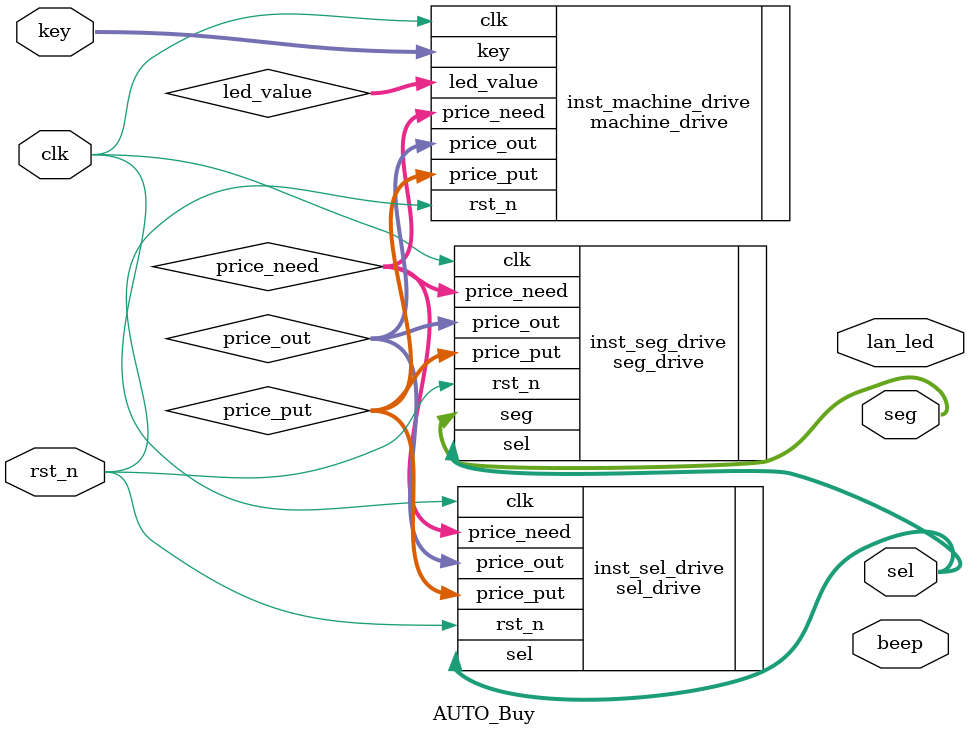
<source format=v>
module AUTO_Buy(
    input    wire             clk       ,   //时钟 50M
    input    wire             rst_n     ,   //复位
    input    wire    [3:0]    key       ,   //按键
 
    output    wire             beep     ,   //蜂鸣器
    // output    wire    [3:0]    led      ,   //售货机状态灯效
    output    wire    [5:0]    sel      ,   //数码管位选
    output 	  wire    [7:0]    seg      ,   //数码管段选
    output    wire    [6:0]    lan_led      //音乐播放灯效
 
);
 
wire            status;         //音乐播放驱使蜂鸣器标志
wire    [2:0]   key_flag;       //按键消抖完成标志
wire    [2:0]   key_value;      //按键消抖完成后的按键值
wire    [4:0]   led_value;      //售货机驱使led模块效果的值
wire    [6:0]   price_put;      //售货机输出到数码管的投币值
wire    [6:0]   price_need;     //售货机输出到数码管的商品价格
wire    [6:0]   price_out;      //售货机输出到数码管的退款
wire    [2:0]   spec_flag;      //音乐模块输出的音符,用于音乐灯效
 
 
 
 
//数码管位选模块
sel_drive inst_sel_drive(
.clk            (clk)           ,
.rst_n          (rst_n)         ,
.price_put      (price_put)     ,      
.price_need     (price_need)    ,     
.price_out      (price_out)     ,  
.sel            (sel)
);
 
//数码管段选模块
seg_drive inst_seg_drive(
.clk            (clk)           ,	
.rst_n          (rst_n)         ,
 
.price_put      (price_put)     ,      
.price_need     (price_need)    ,     
.price_out      (price_out)     ,   
.sel            (sel)           ,          
.seg            (seg)
	
);
 
//售货机模块
machine_drive inst_machine_drive(
.clk        (clk)               ,
.rst_n      (rst_n)             ,
// .key        ({key_value[2] && key_flag[2], key_value[1] && key_flag[1], key_value[0] && key_flag[0] }),
.key        (key)               ,
 
.led_value  (led_value)         ,
.price_put  (price_put)         ,
.price_need (price_need)        ,
.price_out  (price_out)			 
);
 
// //led模块
// led_drive inst_led(
// .clk        (clk)               ,
// .rst_n      (rst_n)             ,
// .value      (led_value)         ,
 
// .led        (led)
// );
 
// //音乐模块
// freq_select inst_freq_select
// (
// .clk        (clk   )            ,
// .rst_n      (rst_n )            ,
	     	
// .status     (status)            , 
// .spec_flag  (spec_flag)
// );
 
// //音乐灯效模块
// lanterns inst_lanterns(
// .clk        (clk   )            ,
// .rst_n      (rst_n )            ,
// .spec_flag  (spec_flag)         ,
        
// .lan_led    (lan_led)
// );
 
 
// //蜂鸣器
// beep_drive inst_beep_drive(
// .clk        (clk)               ,
// .rst_n      (rst_n)             ,
// .flag       ((key_value[2] && key_flag[2]) || ( key_value[1] && key_flag[1]) || (key_value[0] && key_flag[0])),    
// .status     (status)            ,
// .beep       (beep)
// );
 
// //按键消抖
// key_debounce inst_key_debounce_key0(
// .clk        (clk)               ,
// .rst_n      (rst_n)             ,
// .key        (key[0])            ,
          
// .flag       (key_flag[0])       ,
// .key_value  (key_value[0])
// );
 
// key_debounce inst_key_debounce_key1(
// .clk        (clk)               ,
// .rst_n      (rst_n)             ,
// .key        (key[1])            ,
          
// .flag       (key_flag[1])       ,
// .key_value  (key_value[1])
// );
 
// key_debounce inst_key_debounce_key2(
// .clk        (clk)               ,
// .rst_n      (rst_n)             ,
// .key        (key[2])            ,
          
// .flag       (key_flag[2])       ,
// .key_value  (key_value[2])
// );
 
endmodule

</source>
